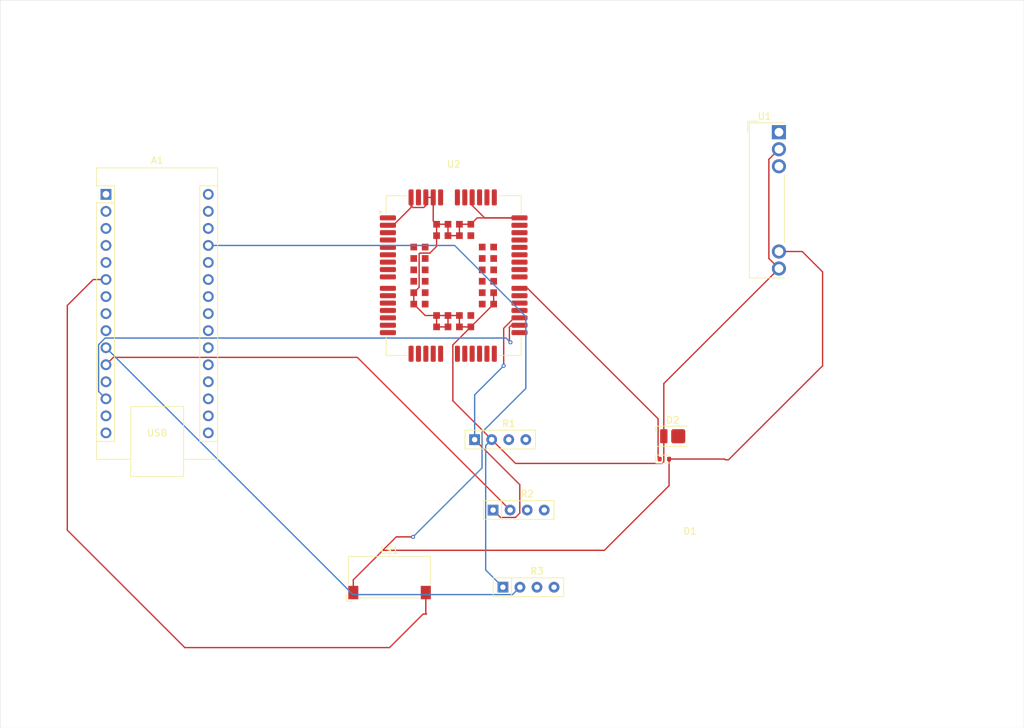
<source format=kicad_pcb>
(kicad_pcb (version 20241229) (generator "pcbnew") (generator_version "9.0")
  (layers (0 "F.Cu" signal) (2 "B.Cu" signal) (13 "F.Paste" user) (15 "B.Paste" user) (5 "F.SilkS" user "F.Silkscreen") (7 "B.SilkS" user "B.Silkscreen") (1 "F.Mask" user) (3 "B.Mask" user) (25 "Edge.Cuts" user))
  (net 0 "")
  (net 5 "Net-(A1-D3)")
  (net 6 "Net-(A1-D8)")
  (net 8 "Net-(A1-D10)")
  (net 18 "+5V")
  (net 25 "Net-(A1-D7)")
  (net 31 "Net-(D1-K)")
  (net 32 "GND")
  (net 34 "Net-(U2-TXD)")
  (footprint "Module:Arduino_Nano" (layer "F.Cu") (at 90.76 80.94)
    (property "Reference" "A1" (at 7.62 -5.08 0) (layer "F.SilkS"))
    (property "Value" "Arduino_Nano_v3.x")
    (fp_line (start -1.4 -3.94) (end -1.4 -1.27) (stroke (width 0.12)) (layer "F.SilkS"))
    (fp_line (start -1.4 1.27) (end -1.4 39.5) (stroke (width 0.12)) (layer "F.SilkS"))
    (fp_line (start -1.4 39.5) (end 3.68 39.5) (stroke (width 0.12)) (layer "F.SilkS"))
    (fp_line (start 1.27 -1.27) (end -1.4 -1.27) (stroke (width 0.12)) (layer "F.SilkS"))
    (fp_line (start 1.27 1.27) (end -1.4 1.27) (stroke (width 0.12)) (layer "F.SilkS"))
    (fp_line (start 1.27 1.27) (end 1.27 -1.27) (stroke (width 0.12)) (layer "F.SilkS"))
    (fp_line (start 1.27 1.27) (end 1.27 36.83) (stroke (width 0.12)) (layer "F.SilkS"))
    (fp_line (start 1.27 36.83) (end -1.4 36.83) (stroke (width 0.12)) (layer "F.SilkS"))
    (fp_line (start 3.68 31.62) (end 11.56 31.62) (stroke (width 0.12)) (layer "F.SilkS"))
    (fp_line (start 3.68 42.04) (end 3.68 31.62) (stroke (width 0.12)) (layer "F.SilkS"))
    (fp_line (start 11.56 31.62) (end 11.56 42.04) (stroke (width 0.12)) (layer "F.SilkS"))
    (fp_line (start 11.56 42.04) (end 3.68 42.04) (stroke (width 0.12)) (layer "F.SilkS"))
    (fp_line (start 13.97 -1.27) (end 13.97 36.83) (stroke (width 0.12)) (layer "F.SilkS"))
    (fp_line (start 13.97 -1.27) (end 16.64 -1.27) (stroke (width 0.12)) (layer "F.SilkS"))
    (fp_line (start 13.97 36.83) (end 16.64 36.83) (stroke (width 0.12)) (layer "F.SilkS"))
    (fp_line (start 16.64 -3.94) (end -1.4 -3.94) (stroke (width 0.12)) (layer "F.SilkS"))
    (fp_line (start 16.64 39.5) (end 11.56 39.5) (stroke (width 0.12)) (layer "F.SilkS"))
    (fp_line (start 16.64 39.5) (end 16.64 -3.94) (stroke (width 0.12)) (layer "F.SilkS"))
    (fp_text user "USB" (at 7.62 35.56 0) (layer "F.SilkS"))
    (pad "1" thru_hole rect (at 0 0) (size 1.6 1.6) (drill 1) (layers "*.Cu" "*.Mask"))
    (pad "2" thru_hole oval (at 0 2.54) (size 1.6 1.6) (drill 1) (layers "*.Cu" "*.Mask"))
    (pad "3" thru_hole oval (at 0 5.08) (size 1.6 1.6) (drill 1) (layers "*.Cu" "*.Mask"))
    (pad "4" thru_hole oval (at 0 7.62) (size 1.6 1.6) (drill 1) (layers "*.Cu" "*.Mask"))
    (pad "5" thru_hole oval (at 0 10.16) (size 1.6 1.6) (drill 1) (layers "*.Cu" "*.Mask"))
    (pad "6" thru_hole oval (at 0 12.7) (size 1.6 1.6) (drill 1) (layers "*.Cu" "*.Mask") (net 5 "Net-(A1-D3)"))
    (pad "7" thru_hole oval (at 0 15.24) (size 1.6 1.6) (drill 1) (layers "*.Cu" "*.Mask"))
    (pad "8" thru_hole oval (at 0 17.78) (size 1.6 1.6) (drill 1) (layers "*.Cu" "*.Mask"))
    (pad "9" thru_hole oval (at 0 20.32) (size 1.6 1.6) (drill 1) (layers "*.Cu" "*.Mask"))
    (pad "10" thru_hole oval (at 0 22.86) (size 1.6 1.6) (drill 1) (layers "*.Cu" "*.Mask") (net 25 "Net-(A1-D7)"))
    (pad "11" thru_hole oval (at 0 25.4) (size 1.6 1.6) (drill 1) (layers "*.Cu" "*.Mask") (net 6 "Net-(A1-D8)"))
    (pad "12" thru_hole oval (at 0 27.94) (size 1.6 1.6) (drill 1) (layers "*.Cu" "*.Mask"))
    (pad "13" thru_hole oval (at 0 30.48) (size 1.6 1.6) (drill 1) (layers "*.Cu" "*.Mask") (net 8 "Net-(A1-D10)"))
    (pad "14" thru_hole oval (at 0 33.02) (size 1.6 1.6) (drill 1) (layers "*.Cu" "*.Mask"))
    (pad "15" thru_hole oval (at 0 35.56) (size 1.6 1.6) (drill 1) (layers "*.Cu" "*.Mask"))
    (pad "16" thru_hole oval (at 15.24 35.56) (size 1.6 1.6) (drill 1) (layers "*.Cu" "*.Mask"))
    (pad "17" thru_hole oval (at 15.24 33.02) (size 1.6 1.6) (drill 1) (layers "*.Cu" "*.Mask"))
    (pad "18" thru_hole oval (at 15.24 30.48) (size 1.6 1.6) (drill 1) (layers "*.Cu" "*.Mask"))
    (pad "19" thru_hole oval (at 15.24 27.94) (size 1.6 1.6) (drill 1) (layers "*.Cu" "*.Mask"))
    (pad "20" thru_hole oval (at 15.24 25.4) (size 1.6 1.6) (drill 1) (layers "*.Cu" "*.Mask"))
    (pad "21" thru_hole oval (at 15.24 22.86) (size 1.6 1.6) (drill 1) (layers "*.Cu" "*.Mask"))
    (pad "22" thru_hole oval (at 15.24 20.32) (size 1.6 1.6) (drill 1) (layers "*.Cu" "*.Mask"))
    (pad "23" thru_hole oval (at 15.24 17.78) (size 1.6 1.6) (drill 1) (layers "*.Cu" "*.Mask"))
    (pad "24" thru_hole oval (at 15.24 15.24) (size 1.6 1.6) (drill 1) (layers "*.Cu" "*.Mask"))
    (pad "25" thru_hole oval (at 15.24 12.7) (size 1.6 1.6) (drill 1) (layers "*.Cu" "*.Mask"))
    (pad "26" thru_hole oval (at 15.24 10.16) (size 1.6 1.6) (drill 1) (layers "*.Cu" "*.Mask"))
    (pad "27" thru_hole oval (at 15.24 7.62) (size 1.6 1.6) (drill 1) (layers "*.Cu" "*.Mask") (net 18 "+5V"))
    (pad "28" thru_hole oval (at 15.24 5.08) (size 1.6 1.6) (drill 1) (layers "*.Cu" "*.Mask"))
    (pad "29" thru_hole oval (at 15.24 2.54) (size 1.6 1.6) (drill 1) (layers "*.Cu" "*.Mask"))
    (pad "30" thru_hole oval (at 15.24 0) (size 1.6 1.6) (drill 1) (layers "*.Cu" "*.Mask"))
  )
  (footprint "Diode_SMD:D_SOD-523" (layer "F.Cu") (at 173.935 120.4)
    (property "Reference" "D1" (at 3.815 10.75 0) (layer "F.SilkS"))
    (property "Value" "1N4148WT")
    (fp_line (start -1.26 -0.6) (end -1.26 0.6) (stroke (width 0.12)) (layer "F.SilkS"))
    (fp_line (start 0.7 -0.6) (end -1.26 -0.6) (stroke (width 0.12)) (layer "F.SilkS"))
    (fp_line (start 0.7 0.6) (end -1.26 0.6) (stroke (width 0.12)) (layer "F.SilkS"))
    (pad "1" smd roundrect (at -0.7 0 180) (size 0.6 0.7) (layers "F.Cu" "F.Mask" "F.Paste") (net 31 "Net-(D1-K)"))
    (pad "2" smd roundrect (at 0.7 0 180) (size 0.6 0.7) (layers "F.Cu" "F.Mask" "F.Paste") (net 18 "+5V"))
  )
  (footprint "RF_GSM:Quectel_BC95" (layer "F.Cu") (at 142.555 93.05)
    (property "Reference" "U2" (at 0 -16.6 0) (layer "F.SilkS"))
    (property "Value" "BC95")
    (fp_line (start -10.06 -11.91) (end -10.06 -9.235) (stroke (width 0.12)) (layer "F.SilkS"))
    (fp_line (start -10.06 -11.91) (end -6.985 -11.91) (stroke (width 0.12)) (layer "F.SilkS"))
    (fp_line (start -10.06 9.135) (end -10.06 11.91) (stroke (width 0.12)) (layer "F.SilkS"))
    (fp_line (start -10.06 11.91) (end -6.985 11.91) (stroke (width 0.12)) (layer "F.SilkS"))
    (fp_line (start 6.685 -11.91) (end 10.06 -11.91) (stroke (width 0.12)) (layer "F.SilkS"))
    (fp_line (start 6.685 11.91) (end 10.06 11.91) (stroke (width 0.12)) (layer "F.SilkS"))
    (fp_line (start 10.06 -11.91) (end 10.06 -9.235) (stroke (width 0.12)) (layer "F.SilkS"))
    (fp_line (start 10.06 11.91) (end 10.06 9.135) (stroke (width 0.12)) (layer "F.SilkS"))
    (fp_poly (pts (xy -10.94 -9.235) (xy -11.18 -9.565) (xy -10.7 -9.565) (xy -10.94 -9.235)) (stroke (width 0.12)) (fill yes) (layer "F.SilkS"))
    (pad "1" smd roundrect (at -9.8 -8.6) (size 2.4 0.75) (layers "F.Cu" "F.Mask"))
    (pad "2" smd roundrect (at -9.8 -7.5) (size 2.4 0.75) (layers "F.Cu" "F.Mask") (net 32 "GND"))
    (pad "3" smd roundrect (at -9.8 -6.4) (size 2.4 0.75) (layers "F.Cu" "F.Mask"))
    (pad "4" smd roundrect (at -9.8 -5.3) (size 2.4 0.75) (layers "F.Cu" "F.Mask"))
    (pad "5" smd roundrect (at -9.8 -4.2) (size 2.4 0.75) (layers "F.Cu" "F.Mask"))
    (pad "6" smd roundrect (at -9.8 -3.1) (size 2.4 0.75) (layers "F.Cu" "F.Mask"))
    (pad "7" smd roundrect (at -9.8 -2) (size 2.4 0.75) (layers "F.Cu" "F.Mask"))
    (pad "8" smd roundrect (at -9.8 -0.9) (size 2.4 0.75) (layers "F.Cu" "F.Mask"))
    (pad "9" smd roundrect (at -9.8 0.2) (size 2.4 0.75) (layers "F.Cu" "F.Mask"))
    (pad "10" smd roundrect (at -9.8 1.9) (size 2.4 0.75) (layers "F.Cu" "F.Mask"))
    (pad "11" smd roundrect (at -9.8 3) (size 2.4 0.75) (layers "F.Cu" "F.Mask"))
    (pad "12" smd roundrect (at -9.8 4.1) (size 2.4 0.75) (layers "F.Cu" "F.Mask"))
    (pad "13" smd roundrect (at -9.8 5.2) (size 2.4 0.75) (layers "F.Cu" "F.Mask"))
    (pad "14" smd roundrect (at -9.8 6.3) (size 2.4 0.75) (layers "F.Cu" "F.Mask"))
    (pad "15" smd roundrect (at -9.8 7.4) (size 2.4 0.75) (layers "F.Cu" "F.Mask"))
    (pad "16" smd roundrect (at -9.8 8.5) (size 2.4 0.75) (layers "F.Cu" "F.Mask"))
    (pad "17" smd roundrect (at -6.35 11.65) (size 0.75 2.4) (layers "F.Cu" "F.Mask"))
    (pad "18" smd roundrect (at -5.25 11.65) (size 0.75 2.4) (layers "F.Cu" "F.Mask"))
    (pad "19" smd roundrect (at -4.15 11.65) (size 0.75 2.4) (layers "F.Cu" "F.Mask"))
    (pad "20" smd roundrect (at -3.05 11.65) (size 0.75 2.4) (layers "F.Cu" "F.Mask"))
    (pad "21" smd roundrect (at -1.95 11.65) (size 0.75 2.4) (layers "F.Cu" "F.Mask"))
    (pad "22" smd roundrect (at 0.55 11.65) (size 0.75 2.4) (layers "F.Cu" "F.Mask"))
    (pad "23" smd roundrect (at 1.65 11.65) (size 0.75 2.4) (layers "F.Cu" "F.Mask"))
    (pad "24" smd roundrect (at 2.75 11.65) (size 0.75 2.4) (layers "F.Cu" "F.Mask"))
    (pad "25" smd roundrect (at 3.85 11.65) (size 0.75 2.4) (layers "F.Cu" "F.Mask"))
    (pad "26" smd roundrect (at 4.95 11.65) (size 0.75 2.4) (layers "F.Cu" "F.Mask"))
    (pad "27" smd roundrect (at 6.05 11.65) (size 0.75 2.4) (layers "F.Cu" "F.Mask"))
    (pad "28" smd roundrect (at 9.8 8.5) (size 2.4 0.75) (layers "F.Cu" "F.Mask"))
    (pad "29" smd roundrect (at 9.8 7.4) (size 2.4 0.75) (layers "F.Cu" "F.Mask") (net 8 "Net-(A1-D10)"))
    (pad "30" smd roundrect (at 9.8 6.3) (size 2.4 0.75) (layers "F.Cu" "F.Mask") (net 34 "Net-(U2-TXD)"))
    (pad "31" smd roundrect (at 9.8 5.2) (size 2.4 0.75) (layers "F.Cu" "F.Mask"))
    (pad "32" smd roundrect (at 9.8 4.1) (size 2.4 0.75) (layers "F.Cu" "F.Mask"))
    (pad "33" smd roundrect (at 9.8 3) (size 2.4 0.75) (layers "F.Cu" "F.Mask"))
    (pad "34" smd roundrect (at 9.8 1.9) (size 2.4 0.75) (layers "F.Cu" "F.Mask") (net 31 "Net-(D1-K)"))
    (pad "35" smd roundrect (at 9.8 0.2) (size 2.4 0.75) (layers "F.Cu" "F.Mask"))
    (pad "36" smd roundrect (at 9.8 -0.9) (size 2.4 0.75) (layers "F.Cu" "F.Mask"))
    (pad "37" smd roundrect (at 9.8 -2) (size 2.4 0.75) (layers "F.Cu" "F.Mask"))
    (pad "38" smd roundrect (at 9.8 -3.1) (size 2.4 0.75) (layers "F.Cu" "F.Mask"))
    (pad "39" smd roundrect (at 9.8 -4.2) (size 2.4 0.75) (layers "F.Cu" "F.Mask"))
    (pad "40" smd roundrect (at 9.8 -5.3) (size 2.4 0.75) (layers "F.Cu" "F.Mask"))
    (pad "41" smd roundrect (at 9.8 -6.4) (size 2.4 0.75) (layers "F.Cu" "F.Mask"))
    (pad "42" smd roundrect (at 9.8 -7.5) (size 2.4 0.75) (layers "F.Cu" "F.Mask"))
    (pad "43" smd roundrect (at 9.8 -8.6) (size 2.4 0.75) (layers "F.Cu" "F.Mask") (net 32 "GND"))
    (pad "44" smd roundrect (at 6.05 -11.65) (size 0.75 2.4) (layers "F.Cu" "F.Mask"))
    (pad "45" smd roundrect (at 4.95 -11.65) (size 0.75 2.4) (layers "F.Cu" "F.Mask"))
    (pad "46" smd roundrect (at 3.85 -11.65) (size 0.75 2.4) (layers "F.Cu" "F.Mask"))
    (pad "47" smd roundrect (at 2.75 -11.65) (size 0.75 2.4) (layers "F.Cu" "F.Mask") (net 32 "GND"))
    (pad "48" smd roundrect (at 1.65 -11.65) (size 0.75 2.4) (layers "F.Cu" "F.Mask") (net 32 "GND"))
    (pad "49" smd roundrect (at 0.55 -11.65) (size 0.75 2.4) (layers "F.Cu" "F.Mask"))
    (pad "50" smd roundrect (at -1.95 -11.65) (size 0.75 2.4) (layers "F.Cu" "F.Mask"))
    (pad "51" smd roundrect (at -3.05 -11.65) (size 0.75 2.4) (layers "F.Cu" "F.Mask") (net 32 "GND"))
    (pad "52" smd roundrect (at -4.15 -11.65) (size 0.75 2.4) (layers "F.Cu" "F.Mask") (net 32 "GND"))
    (pad "53" smd roundrect (at -5.25 -11.65) (size 0.75 2.4) (layers "F.Cu" "F.Mask"))
    (pad "54" smd roundrect (at -6.35 -11.65) (size 0.75 2.4) (layers "F.Cu" "F.Mask") (net 32 "GND"))
    (pad "55" smd rect (at -5.95 -4.25) (size 1 1) (layers "F.Cu" "F.Mask"))
    (pad "56" smd rect (at -5.95 -2.55) (size 1 1) (layers "F.Cu" "F.Mask"))
    (pad "57" smd rect (at -5.95 -0.85) (size 1 1) (layers "F.Cu" "F.Mask"))
    (pad "58" smd rect (at -5.95 0.85) (size 1 1) (layers "F.Cu" "F.Mask"))
    (pad "59" smd rect (at -5.95 2.55) (size 1 1) (layers "F.Cu" "F.Mask") (net 32 "GND"))
    (pad "60" smd rect (at -5.95 4.25) (size 1 1) (layers "F.Cu" "F.Mask") (net 32 "GND"))
    (pad "61" smd rect (at -2.55 7.65) (size 1 1) (layers "F.Cu" "F.Mask") (net 32 "GND"))
    (pad "62" smd rect (at -0.85 7.65) (size 1 1) (layers "F.Cu" "F.Mask") (net 32 "GND"))
    (pad "63" smd rect (at 0.85 7.65) (size 1 1) (layers "F.Cu" "F.Mask") (net 32 "GND"))
    (pad "64" smd rect (at 2.55 7.65) (size 1 1) (layers "F.Cu" "F.Mask") (net 32 "GND"))
    (pad "65" smd rect (at 5.95 4.25) (size 1 1) (layers "F.Cu" "F.Mask") (net 32 "GND"))
    (pad "66" smd rect (at 5.95 2.55) (size 1 1) (layers "F.Cu" "F.Mask") (net 32 "GND"))
    (pad "67" smd rect (at 5.95 0.85) (size 1 1) (layers "F.Cu" "F.Mask"))
    (pad "68" smd rect (at 5.95 -0.85) (size 1 1) (layers "F.Cu" "F.Mask"))
    (pad "69" smd rect (at 5.95 -2.55) (size 1 1) (layers "F.Cu" "F.Mask"))
    (pad "70" smd rect (at 5.95 -4.25) (size 1 1) (layers "F.Cu" "F.Mask"))
    (pad "71" smd rect (at 2.55 -7.65) (size 1 1) (layers "F.Cu" "F.Mask") (net 32 "GND"))
    (pad "72" smd rect (at 0.85 -7.65) (size 1 1) (layers "F.Cu" "F.Mask") (net 32 "GND"))
    (pad "73" smd rect (at -0.85 -7.65) (size 1 1) (layers "F.Cu" "F.Mask") (net 32 "GND"))
    (pad "74" smd rect (at -2.55 -7.65) (size 1 1) (layers "F.Cu" "F.Mask") (net 32 "GND"))
    (pad "75" smd rect (at -4.25 -4.25) (size 1 1) (layers "F.Cu" "F.Mask"))
    (pad "76" smd rect (at -4.25 -2.55) (size 1 1) (layers "F.Cu" "F.Mask"))
    (pad "77" smd rect (at -4.25 -0.85) (size 1 1) (layers "F.Cu" "F.Mask"))
    (pad "78" smd rect (at -4.25 0.85) (size 1 1) (layers "F.Cu" "F.Mask"))
    (pad "79" smd rect (at -4.25 2.55) (size 1 1) (layers "F.Cu" "F.Mask"))
    (pad "80" smd rect (at -4.25 4.25) (size 1 1) (layers "F.Cu" "F.Mask"))
    (pad "81" smd rect (at -2.55 5.95) (size 1 1) (layers "F.Cu" "F.Mask") (net 32 "GND"))
    (pad "82" smd rect (at -0.85 5.95) (size 1 1) (layers "F.Cu" "F.Mask") (net 32 "GND"))
    (pad "83" smd rect (at 0.85 5.95) (size 1 1) (layers "F.Cu" "F.Mask") (net 32 "GND"))
    (pad "84" smd rect (at 2.55 5.95) (size 1 1) (layers "F.Cu" "F.Mask"))
    (pad "85" smd rect (at 4.25 4.25) (size 1 1) (layers "F.Cu" "F.Mask"))
    (pad "86" smd rect (at 4.25 2.55) (size 1 1) (layers "F.Cu" "F.Mask"))
    (pad "87" smd rect (at 4.25 0.85) (size 1 1) (layers "F.Cu" "F.Mask"))
    (pad "88" smd rect (at 4.25 -0.85) (size 1 1) (layers "F.Cu" "F.Mask"))
    (pad "89" smd rect (at 4.25 -2.55) (size 1 1) (layers "F.Cu" "F.Mask"))
    (pad "90" smd rect (at 4.25 -4.25) (size 1 1) (layers "F.Cu" "F.Mask"))
    (pad "91" smd rect (at 2.55 -5.95) (size 1 1) (layers "F.Cu" "F.Mask"))
    (pad "92" smd rect (at 0.85 -5.95) (size 1 1) (layers "F.Cu" "F.Mask") (net 32 "GND"))
    (pad "93" smd rect (at -0.85 -5.95) (size 1 1) (layers "F.Cu" "F.Mask") (net 32 "GND"))
    (pad "94" smd rect (at -2.55 -5.95) (size 1 1) (layers "F.Cu" "F.Mask") (net 32 "GND"))
  )
  (footprint "Resistor_THT:R_Array_SIP4" (layer "F.Cu") (at 149.88 139.5)
    (property "Reference" "R3" (at 5.08 -2.4 0) (layer "F.SilkS"))
    (property "Value" "R")
    (fp_line (start -1.44 -1.4) (end -1.44 1.4) (stroke (width 0.12)) (layer "F.SilkS"))
    (fp_line (start -1.44 1.4) (end 9.06 1.4) (stroke (width 0.12)) (layer "F.SilkS"))
    (fp_line (start 1.27 -1.4) (end 1.27 1.4) (stroke (width 0.12)) (layer "F.SilkS"))
    (fp_line (start 9.06 -1.4) (end -1.44 -1.4) (stroke (width 0.12)) (layer "F.SilkS"))
    (fp_line (start 9.06 1.4) (end 9.06 -1.4) (stroke (width 0.12)) (layer "F.SilkS"))
    (pad "1" thru_hole rect (at 0 0) (size 1.6 1.6) (drill 0.8) (layers "*.Cu" "*.Mask") (net 32 "GND"))
    (pad "2" thru_hole oval (at 2.54 0) (size 1.6 1.6) (drill 0.8) (layers "*.Cu" "*.Mask") (net 25 "Net-(A1-D7)"))
    (pad "3" thru_hole oval (at 5.08 0) (size 1.6 1.6) (drill 0.8) (layers "*.Cu" "*.Mask"))
    (pad "4" thru_hole oval (at 7.62 0) (size 1.6 1.6) (drill 0.8) (layers "*.Cu" "*.Mask"))
  )
  (footprint "Resistor_THT:R_Array_SIP4" (layer "F.Cu") (at 148.42 128)
    (property "Reference" "R2" (at 5.08 -2.4 0) (layer "F.SilkS"))
    (property "Value" "R")
    (fp_line (start -1.44 -1.4) (end -1.44 1.4) (stroke (width 0.12)) (layer "F.SilkS"))
    (fp_line (start -1.44 1.4) (end 9.06 1.4) (stroke (width 0.12)) (layer "F.SilkS"))
    (fp_line (start 1.27 -1.4) (end 1.27 1.4) (stroke (width 0.12)) (layer "F.SilkS"))
    (fp_line (start 9.06 -1.4) (end -1.44 -1.4) (stroke (width 0.12)) (layer "F.SilkS"))
    (fp_line (start 9.06 1.4) (end 9.06 -1.4) (stroke (width 0.12)) (layer "F.SilkS"))
    (pad "1" thru_hole rect (at 0 0) (size 1.6 1.6) (drill 0.8) (layers "*.Cu" "*.Mask") (net 34 "Net-(U2-TXD)"))
    (pad "2" thru_hole oval (at 2.54 0) (size 1.6 1.6) (drill 0.8) (layers "*.Cu" "*.Mask") (net 6 "Net-(A1-D8)"))
    (pad "3" thru_hole oval (at 5.08 0) (size 1.6 1.6) (drill 0.8) (layers "*.Cu" "*.Mask"))
    (pad "4" thru_hole oval (at 7.62 0) (size 1.6 1.6) (drill 0.8) (layers "*.Cu" "*.Mask"))
  )
  (footprint "Resistor_THT:R_Array_SIP4" (layer "F.Cu") (at 145.675 117.5)
    (property "Reference" "R1" (at 5.08 -2.4 0) (layer "F.SilkS"))
    (property "Value" "R")
    (fp_line (start -1.44 -1.4) (end -1.44 1.4) (stroke (width 0.12)) (layer "F.SilkS"))
    (fp_line (start -1.44 1.4) (end 9.06 1.4) (stroke (width 0.12)) (layer "F.SilkS"))
    (fp_line (start 1.27 -1.4) (end 1.27 1.4) (stroke (width 0.12)) (layer "F.SilkS"))
    (fp_line (start 9.06 -1.4) (end -1.44 -1.4) (stroke (width 0.12)) (layer "F.SilkS"))
    (fp_line (start 9.06 1.4) (end 9.06 -1.4) (stroke (width 0.12)) (layer "F.SilkS"))
    (pad "1" thru_hole rect (at 0 0) (size 1.6 1.6) (drill 0.8) (layers "*.Cu" "*.Mask") (net 34 "Net-(U2-TXD)"))
    (pad "2" thru_hole oval (at 2.54 0) (size 1.6 1.6) (drill 0.8) (layers "*.Cu" "*.Mask") (net 32 "GND"))
    (pad "3" thru_hole oval (at 5.08 0) (size 1.6 1.6) (drill 0.8) (layers "*.Cu" "*.Mask"))
    (pad "4" thru_hole oval (at 7.62 0) (size 1.6 1.6) (drill 0.8) (layers "*.Cu" "*.Mask"))
  )
  (footprint "Buzzer_Beeper:Speaker_CUI_CMR-1206S-67" (layer "F.Cu") (at 133 138)
    (property "Reference" "LS1" (at 0 -4 0) (layer "F.SilkS"))
    (property "Value" "Speaker_Ultrasound")
    (fp_line (start -6.45 2.6) (end -6.45 3.6) (stroke (width 0.12)) (layer "F.SilkS"))
    (fp_line (start -6.45 3.6) (end -5.45 3.6) (stroke (width 0.12)) (layer "F.SilkS"))
    (fp_line (start -6.1 -3.1) (end 6.1 -3.1) (stroke (width 0.12)) (layer "F.SilkS"))
    (fp_line (start -6.1 1.05) (end -6.1 -3.1) (stroke (width 0.12)) (layer "F.SilkS"))
    (fp_line (start 4.4 3.1) (end -4.4 3.1) (stroke (width 0.12)) (layer "F.SilkS"))
    (fp_line (start 6.1 -3.1) (end 6.1 1.05) (stroke (width 0.12)) (layer "F.SilkS"))
    (pad "1" smd rect (at -5.4 2.3 180) (size 1.5 2) (layers "F.Cu" "F.Mask") (net 18 "+5V"))
    (pad "2" smd rect (at 5.4 2.3 180) (size 1.5 2) (layers "F.Cu" "F.Mask") (net 5 "Net-(A1-D3)"))
  )
  (footprint "Converter_DCDC:Converter_DCDC_TRACO_TOS06-05SIL_THT" (layer "F.Cu") (at 191 71.68)
    (property "Reference" "U1" (at -2.15 -2.37 0) (layer "F.SilkS"))
    (property "Value" "TOS06-05SIL")
    (fp_line (start -4.65 -1.63) (end -2.983333 -1.63) (stroke (width 0.12)) (layer "F.SilkS"))
    (fp_line (start -4.65 0.036667) (end -4.65 -1.63) (stroke (width 0.12)) (layer "F.SilkS"))
    (fp_line (start -4.41 -1.39) (end -4.41 21.73) (stroke (width 0.12)) (layer "F.SilkS"))
    (fp_line (start -4.41 -1.39) (end 0.81 -1.39) (stroke (width 0.12)) (layer "F.SilkS"))
    (fp_line (start -4.41 21.73) (end 0.81 21.73) (stroke (width 0.12)) (layer "F.SilkS"))
    (fp_line (start 0.81 -1.39) (end 0.81 -1.3) (stroke (width 0.12)) (layer "F.SilkS"))
    (fp_line (start 0.81 6.38) (end 0.81 16.48) (stroke (width 0.12)) (layer "F.SilkS"))
    (pad "1" thru_hole rect (at 0 0) (size 2.1 2.1) (drill 1.3) (layers "*.Cu" "*.Mask"))
    (pad "2" thru_hole circle (at 0 2.54) (size 2.1 2.1) (drill 1.3) (layers "*.Cu" "*.Mask") (net 32 "GND"))
    (pad "3" thru_hole circle (at 0 5.08) (size 2.1 2.1) (drill 1.3) (layers "*.Cu" "*.Mask"))
    (pad "4" thru_hole circle (at 0 17.78) (size 2.1 2.1) (drill 1.3) (layers "*.Cu" "*.Mask") (net 18 "+5V"))
    (pad "5" thru_hole circle (at 0 20.32) (size 2.1 2.1) (drill 1.3) (layers "*.Cu" "*.Mask") (net 32 "GND"))
  )
  (footprint "LED_SMD:LED_Everlight-SMD3528_3.5x2.8mm_67-21ST" (layer "F.Cu") (at 175.19 117)
    (property "Reference" "D2" (at 0 -2.4 0) (layer "F.SilkS"))
    (property "Value" "LED_GRBK")
    (fp_line (start -2.5 -1.51) (end 2.3 -1.51) (stroke (width 0.12)) (layer "F.SilkS"))
    (fp_line (start -2.5 -0.7) (end -2.5 -1.51) (stroke (width 0.12)) (layer "F.SilkS"))
    (fp_line (start -2.3 1.51) (end 2.3 1.51) (stroke (width 0.12)) (layer "F.SilkS"))
    (pad "1" smd roundrect (at -1.34 0) (size 1.1 2.1) (layers "F.Cu" "F.Mask" "F.Paste") (roundrect_rratio 0.15) (net 32 "GND"))
    (pad "2" smd roundrect (at 0.81 0) (size 2.1 2.1) (layers "F.Cu" "F.Mask" "F.Paste") (roundrect_rratio 0.15))
  )
  (gr_rect (start 75 52) (end 227.5 160.5) (stroke (width 0.05)) (fill no) (layer "Edge.Cuts"))
  (segment (start 138.5 143.5) (end 138.4 143.4) (width 0.2) (layer "F.Cu") (net 5))
  (segment (start 133 148.5) (end 138 143.5) (width 0.2) (layer "F.Cu") (net 5))
  (segment (start 85 97.5) (end 85 131) (width 0.2) (layer "F.Cu") (net 5))
  (segment (start 85 131) (end 102.5 148.5) (width 0.2) (layer "F.Cu") (net 5))
  (segment (start 138.4 143.4) (end 138.4 140.3) (width 0.2) (layer "F.Cu") (net 5))
  (segment (start 138 143.5) (end 138.5 143.5) (width 0.2) (layer "F.Cu") (net 5))
  (segment (start 90.76 93.64) (end 88.86 93.64) (width 0.2) (layer "F.Cu") (net 5))
  (segment (start 88.86 93.64) (end 85 97.5) (width 0.2) (layer "F.Cu") (net 5))
  (segment (start 102.5 148.5) (end 133 148.5) (width 0.2) (layer "F.Cu") (net 5))
  (segment (start 128.199 105.239) (end 150.96 128) (width 0.2) (layer "F.Cu") (net 6))
  (segment (start 90.76 106.34) (end 91.861 105.239) (width 0.2) (layer "F.Cu") (net 6))
  (segment (start 91.861 105.239) (end 128.199 105.239) (width 0.2) (layer "F.Cu") (net 6))
  (segment (start 150.854 102.854) (end 150.854 100.751) (width 0.2) (layer "F.Cu") (net 8))
  (segment (start 151.155 100.45) (end 152.355 100.45) (width 0.2) (layer "F.Cu") (net 8))
  (segment (start 151 103) (end 150.854 102.854) (width 0.2) (layer "F.Cu") (net 8))
  (segment (start 150.854 100.751) (end 151.155 100.45) (width 0.2) (layer "F.Cu") (net 8))
  (via (at 151 103) (size 0.6) (drill 0.3) (layers "F.Cu" "B.Cu") (net 8))
  (segment (start 149 102.361) (end 150.361 102.361) (width 0.2) (layer "B.Cu") (net 8))
  (segment (start 90.76 111.42) (end 89.659 110.319) (width 0.2) (layer "B.Cu") (net 8))
  (segment (start 150.361 102.361) (end 151 103) (width 0.2) (layer "B.Cu") (net 8))
  (segment (start 90.64195 102.361) (end 149 102.361) (width 0.2) (layer "B.Cu") (net 8))
  (segment (start 89.659 110.319) (end 89.659 103.34395) (width 0.2) (layer "B.Cu") (net 8))
  (segment (start 89.659 103.34395) (end 90.64195 102.361) (width 0.2) (layer "B.Cu") (net 8))
  (segment (start 174.635 124.365) (end 174.635 120.4) (width 0.2) (layer "F.Cu") (net 18))
  (segment (start 165 134) (end 174.635 124.365) (width 0.2) (layer "F.Cu") (net 18))
  (segment (start 183 120.5) (end 182.9 120.4) (width 0.2) (layer "F.Cu") (net 18))
  (segment (start 134 132) (end 132 134) (width 0.2) (layer "F.Cu") (net 18))
  (segment (start 132 134) (end 165 134) (width 0.2) (layer "F.Cu") (net 18))
  (segment (start 183.5 120.5) (end 183 120.5) (width 0.2) (layer "F.Cu") (net 18))
  (segment (start 182.9 120.4) (end 174.635 120.4) (width 0.2) (layer "F.Cu") (net 18))
  (segment (start 127.6 138.4) (end 132 134) (width 0.2) (layer "F.Cu") (net 18))
  (segment (start 191 89.46) (end 194.46 89.46) (width 0.2) (layer "F.Cu") (net 18))
  (segment (start 197.5 92.5) (end 197.5 106.5) (width 0.2) (layer "F.Cu") (net 18))
  (segment (start 197.5 106.5) (end 183.5 120.5) (width 0.2) (layer "F.Cu") (net 18))
  (segment (start 194.46 89.46) (end 197.5 92.5) (width 0.2) (layer "F.Cu") (net 18))
  (segment (start 136.5 132) (end 134 132) (width 0.2) (layer "F.Cu") (net 18))
  (segment (start 127.6 140.3) (end 127.6 138.4) (width 0.2) (layer "F.Cu") (net 18))
  (via (at 136.5 132) (size 0.6) (drill 0.3) (layers "F.Cu" "B.Cu") (net 18))
  (segment (start 106 88.56) (end 142.6942 88.56) (width 0.2) (layer "B.Cu") (net 18))
  (segment (start 146.776 116.399) (end 146.776 121.1511) (width 0.2) (layer "B.Cu") (net 18))
  (segment (start 146.776 121.724) (end 136.5 132) (width 0.2) (layer "B.Cu") (net 18))
  (segment (start 153.302 99.1678) (end 153.302 109.873) (width 0.2) (layer "B.Cu") (net 18))
  (segment (start 153.302 109.873) (end 146.776 116.399) (width 0.2) (layer "B.Cu") (net 18))
  (segment (start 146.776 121.1511) (end 146.776 121.724) (width 0.2) (layer "B.Cu") (net 18))
  (segment (start 142.6942 88.56) (end 153.302 99.1678) (width 0.2) (layer "B.Cu") (net 18))
  (segment (start 127.561 140.601) (end 90.76 103.8) (width 0.2) (layer "B.Cu") (net 25))
  (segment (start 152.42 139.5) (end 151.319 140.601) (width 0.2) (layer "B.Cu") (net 25))
  (segment (start 151.319 140.601) (end 127.561 140.601) (width 0.2) (layer "B.Cu") (net 25))
  (segment (start 172.999 114.394) (end 172.999 120.164) (width 0.2) (layer "F.Cu") (net 31))
  (segment (start 172.999 120.164) (end 173.235 120.4) (width 0.2) (layer "F.Cu") (net 31))
  (segment (start 153.555 94.95) (end 172.999 114.394) (width 0.2) (layer "F.Cu") (net 31))
  (segment (start 152.355 94.95) (end 153.555 94.95) (width 0.2) (layer "F.Cu") (net 31))
  (segment (start 136.506 82.901) (end 136.205 82.6) (width 0.2) (layer "F.Cu") (net 32))
  (segment (start 141.705 99) (end 143.405 99) (width 0.2) (layer "F.Cu") (net 32))
  (segment (start 173.85 117) (end 173.85 120.776968) (width 0.2) (layer "F.Cu") (net 32))
  (segment (start 140.005 85.4) (end 141.705 85.4) (width 0.2) (layer "F.Cu") (net 32))
  (segment (start 189.5 75.72) (end 189.5 90.5) (width 0.2) (layer "F.Cu") (net 32))
  (segment (start 136.205 82.6) (end 136.205 81.4) (width 0.2) (layer "F.Cu") (net 32))
  (segment (start 137.504 89.699) (end 137.406 89.797) (width 0.2) (layer "F.Cu") (net 32))
  (segment (start 147.155 84.45) (end 152.355 84.45) (width 0.2) (layer "F.Cu") (net 32))
  (segment (start 145.105 100.7) (end 142.429 103.376) (width 0.2) (layer "F.Cu") (net 32))
  (segment (start 138.405 82.6) (end 138.104 82.901) (width 0.2) (layer "F.Cu") (net 32))
  (segment (start 138.405 81.4) (end 138.405 82.6) (width 0.2) (layer "F.Cu") (net 32))
  (segment (start 137.406 89.797) (end 137.406 94.799) (width 0.2) (layer "F.Cu") (net 32))
  (segment (start 191 74.22) (end 189.5 75.72) (width 0.2) (layer "F.Cu") (net 32))
  (segment (start 146.055 84.45) (end 152.355 84.45) (width 0.2) (layer "F.Cu") (net 32))
  (segment (start 148.505 97.3) (end 148.505 95.6) (width 0.2) (layer "F.Cu") (net 32))
  (segment (start 140.005 99) (end 141.705 99) (width 0.2) (layer "F.Cu") (net 32))
  (segment (start 133.55104 85.55) (end 132.755 85.55) (width 0.2) (layer "F.Cu") (net 32))
  (segment (start 141.705 85.4) (end 141.705 87.1) (width 0.2) (layer "F.Cu") (net 32))
  (segment (start 140.005 87.1) (end 140.005 88.702) (width 0.2) (layer "F.Cu") (net 32))
  (segment (start 139.505 81.4) (end 138.405 81.4) (width 0.2) (layer "F.Cu") (net 32))
  (segment (start 138.104 82.901) (end 136.506 82.901) (width 0.2) (layer "F.Cu") (net 32))
  (segment (start 136.605 97.3) (end 138.305 99) (width 0.2) (layer "F.Cu") (net 32))
  (segment (start 189.5 90.5) (end 191 92) (width 0.2) (layer "F.Cu") (net 32))
  (segment (start 138.305 99) (end 140.005 99) (width 0.2) (layer "F.Cu") (net 32))
  (segment (start 136.205 82.89604) (end 133.55104 85.55) (width 0.2) (layer "F.Cu") (net 32))
  (segment (start 141.705 100.7) (end 140.005 100.7) (width 0.2) (layer "F.Cu") (net 32))
  (segment (start 143.405 99) (end 143.405 100.7) (width 0.2) (layer "F.Cu") (net 32))
  (segment (start 145.105 85.4) (end 143.405 85.4) (width 0.2) (layer "F.Cu") (net 32))
  (segment (start 191 92) (end 173.85 109.15) (width 0.2) (layer "F.Cu") (net 32))
  (segment (start 143.405 87.1) (end 141.705 87.1) (width 0.2) (layer "F.Cu") (net 32))
  (segment (start 173.85 120.776968) (end 173.575968 121.051) (width 0.2) (layer "F.Cu") (net 32))
  (segment (start 139.505 84.9) (end 139.505 81.4) (width 0.2) (layer "F.Cu") (net 32))
  (segment (start 145.305 81.4) (end 145.305 82.6) (width 0.2) (layer "F.Cu") (net 32))
  (segment (start 142.429 111.714) (end 148.215 117.5) (width 0.2) (layer "F.Cu") (net 32))
  (segment (start 140.005 100.7) (end 140.005 99) (width 0.2) (layer "F.Cu") (net 32))
  (segment (start 143.405 100.7) (end 145.105 100.7) (width 0.2) (layer "F.Cu") (net 32))
  (segment (start 145.105 85.4) (end 146.055 84.45) (width 0.2) (layer "F.Cu") (net 32))
  (segment (start 136.205 81.4) (end 136.205 82.89604) (width 0.2) (layer "F.Cu") (net 32))
  (segment (start 140.005 85.4) (end 139.505 84.9) (width 0.2) (layer "F.Cu") (net 32))
  (segment (start 137.406 94.799) (end 136.605 95.6) (width 0.2) (layer "F.Cu") (net 32))
  (segment (start 141.705 99) (end 141.705 100.7) (width 0.2) (layer "F.Cu") (net 32))
  (segment (start 145.105 100.7) (end 148.505 97.3) (width 0.2) (layer "F.Cu") (net 32))
  (segment (start 139.008 89.699) (end 137.504 89.699) (width 0.2) (layer "F.Cu") (net 32))
  (segment (start 145.305 82.6) (end 147.155 84.45) (width 0.2) (layer "F.Cu") (net 32))
  (segment (start 140.005 88.702) (end 139.008 89.699) (width 0.2) (layer "F.Cu") (net 32))
  (segment (start 143.405 85.4) (end 143.405 87.1) (width 0.2) (layer "F.Cu") (net 32))
  (segment (start 142.429 103.376) (end 142.429 111.714) (width 0.2) (layer "F.Cu") (net 32))
  (segment (start 151.766 121.051) (end 148.215 117.5) (width 0.2) (layer "F.Cu") (net 32))
  (segment (start 140.005 87.1) (end 140.005 85.4) (width 0.2) (layer "F.Cu") (net 32))
  (segment (start 173.85 109.15) (end 173.85 117) (width 0.2) (layer "F.Cu") (net 32))
  (segment (start 136.605 95.6) (end 136.605 97.3) (width 0.2) (layer "F.Cu") (net 32))
  (segment (start 173.575968 121.051) (end 151.766 121.051) (width 0.2) (layer "F.Cu") (net 32))
  (segment (start 147.319 136.939) (end 149.88 139.5) (width 0.2) (layer "B.Cu") (net 32))
  (segment (start 147.319 118.396) (end 147.319 136.939) (width 0.2) (layer "B.Cu") (net 32))
  (segment (start 148.215 117.5) (end 147.319 118.396) (width 0.2) (layer "B.Cu") (net 32))
  (segment (start 150 100.90896) (end 151.55896 99.35) (width 0.2) (layer "F.Cu") (net 34))
  (segment (start 151.55896 99.35) (end 152.355 99.35) (width 0.2) (layer "F.Cu") (net 34))
  (segment (start 152.399 124.224) (end 145.675 117.5) (width 0.2) (layer "F.Cu") (net 34))
  (segment (start 152.399 128.45605) (end 152.399 124.224) (width 0.2) (layer "F.Cu") (net 34))
  (segment (start 151.75405 129.101) (end 152.399 128.45605) (width 0.2) (layer "F.Cu") (net 34))
  (segment (start 149.521 129.101) (end 151.75405 129.101) (width 0.2) (layer "F.Cu") (net 34))
  (segment (start 148.42 128) (end 149.521 129.101) (width 0.2) (layer "F.Cu") (net 34))
  (segment (start 150 106.5) (end 150 100.90896) (width 0.2) (layer "F.Cu") (net 34))
  (via (at 150 106.5) (size 0.6) (drill 0.3) (layers "F.Cu" "B.Cu") (net 34))
  (segment (start 145.675 117.5) (end 145.675 110.825) (width 0.2) (layer "B.Cu") (net 34))
  (segment (start 145.675 110.825) (end 150 106.5) (width 0.2) (layer "B.Cu") (net 34))
)
</source>
